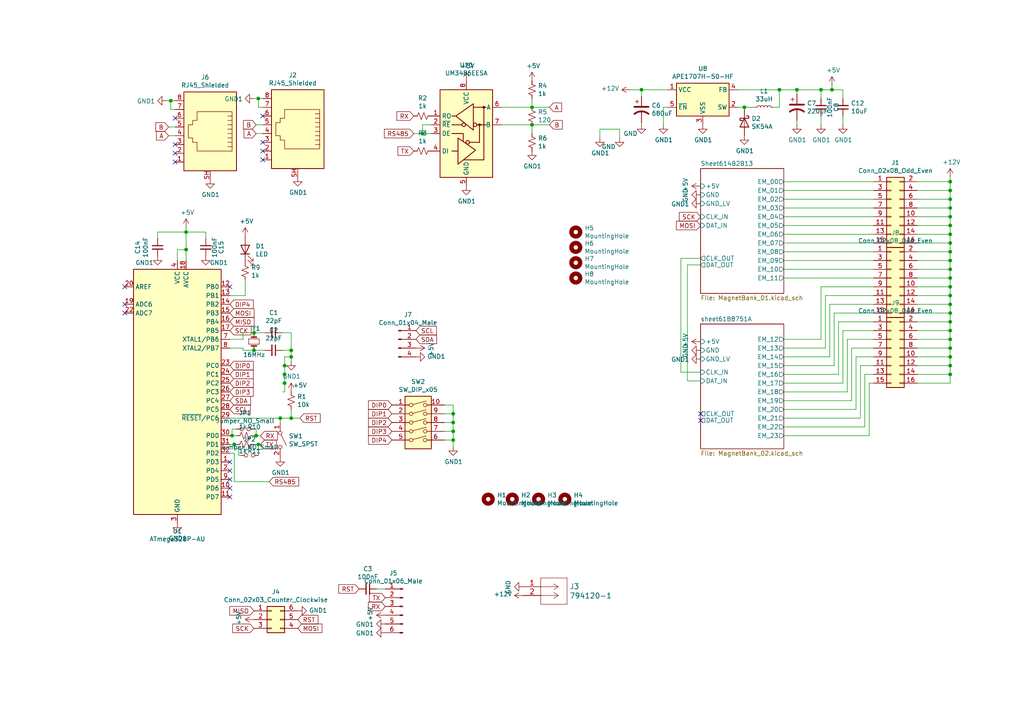
<source format=kicad_sch>
(kicad_sch (version 20230121) (generator eeschema)
  (paper "A4")
  (lib_symbols
    (symbol "Connector:RJ45_Shielded" (pin_names (offset 1.016))
      (property "Reference" "J" (at -5.08 13.97 0))
      (property "Value" "RJ45_Shielded" (at 2.54 13.97 0))
      (symbol "RJ45_Shielded_1_1"
        (pin passive line (at 10.16 -7.62 180) (length 2.54) (name "~") (number "1"))
        (pin passive line (at 10.16 -5.08 180) (length 2.54) (name "~") (number "2"))
        (pin passive line (at 10.16 -2.54 180) (length 2.54) (name "~") (number "3"))
        (pin passive line (at 10.16 0 180) (length 2.54) (name "~") (number "4"))
        (pin passive line (at 10.16 2.54 180) (length 2.54) (name "~") (number "5"))
        (pin passive line (at 10.16 5.08 180) (length 2.54) (name "~") (number "6"))
        (pin passive line (at 10.16 7.62 180) (length 2.54) (name "~") (number "7"))
        (pin passive line (at 10.16 10.16 180) (length 2.54) (name "~") (number "8"))
        (pin passive line (at 0 -12.7 90) (length 2.54) (name "~") (number "SH"))
      )
    )
    (symbol "Connector_Generic:Conn_02x03_Counter_Clockwise" (pin_names (offset 1.016) hide)
      (property "Reference" "J" (at 1.27 5.08 0))
      (property "Value" "Conn_02x03_Counter_Clockwise" (at 1.27 -5.08 0))
      (symbol "Conn_02x03_Counter_Clockwise_1_1"
        (pin passive line (at -5.08 2.54 0) (length 3.81) (name "Pin_1") (number "1"))
        (pin passive line (at -5.08 0 0) (length 3.81) (name "Pin_2") (number "2"))
        (pin passive line (at -5.08 -2.54 0) (length 3.81) (name "Pin_3") (number "3"))
        (pin passive line (at 7.62 -2.54 180) (length 3.81) (name "Pin_4") (number "4"))
        (pin passive line (at 7.62 0 180) (length 3.81) (name "Pin_5") (number "5"))
        (pin passive line (at 7.62 2.54 180) (length 3.81) (name "Pin_6") (number "6"))
      )
    )
    (symbol "Connector_Generic:Conn_02x08_Odd_Even" (pin_names (offset 1.016) hide)
      (property "Reference" "J" (at 1.27 10.16 0))
      (property "Value" "Conn_02x08_Odd_Even" (at 1.27 -12.7 0))
      (symbol "Conn_02x08_Odd_Even_1_1"
        (pin passive line (at -5.08 7.62 0) (length 3.81) (name "Pin_1") (number "1"))
        (pin passive line (at 7.62 -2.54 180) (length 3.81) (name "Pin_10") (number "10"))
        (pin passive line (at -5.08 -5.08 0) (length 3.81) (name "Pin_11") (number "11"))
        (pin passive line (at 7.62 -5.08 180) (length 3.81) (name "Pin_12") (number "12"))
        (pin passive line (at -5.08 -7.62 0) (length 3.81) (name "Pin_13") (number "13"))
        (pin passive line (at 7.62 -7.62 180) (length 3.81) (name "Pin_14") (number "14"))
        (pin passive line (at -5.08 -10.16 0) (length 3.81) (name "Pin_15") (number "15"))
        (pin passive line (at 7.62 -10.16 180) (length 3.81) (name "Pin_16") (number "16"))
        (pin passive line (at 7.62 7.62 180) (length 3.81) (name "Pin_2") (number "2"))
        (pin passive line (at -5.08 5.08 0) (length 3.81) (name "Pin_3") (number "3"))
        (pin passive line (at 7.62 5.08 180) (length 3.81) (name "Pin_4") (number "4"))
        (pin passive line (at -5.08 2.54 0) (length 3.81) (name "Pin_5") (number "5"))
        (pin passive line (at 7.62 2.54 180) (length 3.81) (name "Pin_6") (number "6"))
        (pin passive line (at -5.08 0 0) (length 3.81) (name "Pin_7") (number "7"))
        (pin passive line (at 7.62 0 180) (length 3.81) (name "Pin_8") (number "8"))
        (pin passive line (at -5.08 -2.54 0) (length 3.81) (name "Pin_9") (number "9"))
      )
    )
    (symbol "Device:C_Small" (pin_numbers hide) (pin_names (offset 0.254) hide)
      (property "Reference" "C" (at 0.254 1.778 0))
      (property "Value" "C_Small" (at 0.254 -2.032 0))
      (symbol "C_Small_1_1"
        (pin passive line (at 0 2.54 270) (length 2.032) (name "~") (number "1"))
        (pin passive line (at 0 -2.54 90) (length 2.032) (name "~") (number "2"))
      )
    )
    (symbol "Device:Crystal_Small" (pin_numbers hide) (pin_names (offset 1.016) hide)
      (property "Reference" "Y" (at 0 2.54 0))
      (property "Value" "Crystal_Small" (at 0 -2.54 0))
      (symbol "Crystal_Small_1_1"
        (pin passive line (at -2.54 0 0) (length 1.27) (name "1") (number "1"))
        (pin passive line (at 2.54 0 180) (length 1.27) (name "2") (number "2"))
      )
    )
    (symbol "Device:LED" (pin_numbers hide) (pin_names (offset 1.016) hide)
      (property "Reference" "D" (at 0 2.54 0))
      (property "Value" "LED" (at 0 -2.54 0))
      (symbol "LED_1_1"
        (pin passive line (at -3.81 0 0) (length 2.54) (name "K") (number "1"))
        (pin passive line (at 3.81 0 180) (length 2.54) (name "A") (number "2"))
      )
    )
    (symbol "Device:L_Small" (pin_numbers hide) (pin_names (offset 0.254) hide)
      (property "Reference" "L" (at 0.762 1.016 0))
      (property "Value" "L_Small" (at 0.762 -1.016 0))
      (symbol "L_Small_1_1"
        (pin passive line (at 0 2.54 270) (length 0.508) (name "~") (number "1"))
        (pin passive line (at 0 -2.54 90) (length 0.508) (name "~") (number "2"))
      )
    )
    (symbol "Device:R_Small_US" (pin_numbers hide) (pin_names (offset 0.254) hide)
      (property "Reference" "R" (at 0.762 0.508 0))
      (property "Value" "R_Small_US" (at 0.762 -1.016 0))
      (symbol "R_Small_US_1_1"
        (pin passive line (at 0 2.54 270) (length 1.016) (name "~") (number "1"))
        (pin passive line (at 0 -2.54 90) (length 1.016) (name "~") (number "2"))
      )
    )
    (symbol "Diode:1N5822" (pin_numbers hide) (pin_names (offset 1.016) hide)
      (property "Reference" "D" (at 0 2.54 0))
      (property "Value" "1N5822" (at 0 -2.54 0))
      (symbol "1N5822_1_1"
        (pin passive line (at -3.81 0 0) (length 2.54) (name "K") (number "1"))
        (pin passive line (at 3.81 0 180) (length 2.54) (name "A") (number "2"))
      )
    )
    (symbol "ElectromagnetController_V5-rescue:794120-1-EzerLonginus" (pin_names (offset 0.254) hide)
      (property "Reference" "J" (at 8.382 4.064 0))
      (property "Value" "EzerLonginus_794120-1" (at 9.398 -6.604 0))
      (symbol "794120-1-EzerLonginus_1_1"
        (pin unspecified line (at 0 0 0) (length 5.08) (name "1") (number "1"))
        (pin unspecified line (at 0 -2.54 0) (length 5.08) (name "2") (number "2"))
      )
    )
    (symbol "ElectromagnetController_V5-rescue:ATmega328P-AU-MCU_Microchip_ATmega"
      (property "Reference" "U" (at -12.7 36.83 0))
      (property "Value" "MCU_Microchip_ATmega_ATmega328P-AU" (at 2.54 -36.83 0))
      (symbol "ATmega328P-AU-MCU_Microchip_ATmega_1_1"
        (pin bidirectional line (at 15.24 -20.32 180) (length 2.54) (name "PD3") (number "1"))
        (pin bidirectional line (at 15.24 -27.94 180) (length 2.54) (name "PD6") (number "10"))
        (pin bidirectional line (at 15.24 -30.48 180) (length 2.54) (name "PD7") (number "11"))
        (pin bidirectional line (at 15.24 30.48 180) (length 2.54) (name "PB0") (number "12"))
        (pin bidirectional line (at 15.24 27.94 180) (length 2.54) (name "PB1") (number "13"))
        (pin bidirectional line (at 15.24 25.4 180) (length 2.54) (name "PB2") (number "14"))
        (pin bidirectional line (at 15.24 22.86 180) (length 2.54) (name "PB3") (number "15"))
        (pin bidirectional line (at 15.24 20.32 180) (length 2.54) (name "PB4") (number "16"))
        (pin bidirectional line (at 15.24 17.78 180) (length 2.54) (name "PB5") (number "17"))
        (pin power_in line (at 2.54 38.1 270) (length 2.54) (name "AVCC") (number "18"))
        (pin input line (at -15.24 25.4 0) (length 2.54) (name "ADC6") (number "19"))
        (pin bidirectional line (at 15.24 -22.86 180) (length 2.54) (name "PD4") (number "2"))
        (pin passive line (at -15.24 30.48 0) (length 2.54) (name "AREF") (number "20"))
        (pin passive line (at 0 -38.1 90) (length 2.54) hide (name "GND") (number "21"))
        (pin input line (at -15.24 22.86 0) (length 2.54) (name "ADC7") (number "22"))
        (pin bidirectional line (at 15.24 7.62 180) (length 2.54) (name "PC0") (number "23"))
        (pin bidirectional line (at 15.24 5.08 180) (length 2.54) (name "PC1") (number "24"))
        (pin bidirectional line (at 15.24 2.54 180) (length 2.54) (name "PC2") (number "25"))
        (pin bidirectional line (at 15.24 0 180) (length 2.54) (name "PC3") (number "26"))
        (pin bidirectional line (at 15.24 -2.54 180) (length 2.54) (name "PC4") (number "27"))
        (pin bidirectional line (at 15.24 -5.08 180) (length 2.54) (name "PC5") (number "28"))
        (pin bidirectional line (at 15.24 -7.62 180) (length 2.54) (name "~{RESET}/PC6") (number "29"))
        (pin power_in line (at 0 -38.1 90) (length 2.54) (name "GND") (number "3"))
        (pin bidirectional line (at 15.24 -12.7 180) (length 2.54) (name "PD0") (number "30"))
        (pin bidirectional line (at 15.24 -15.24 180) (length 2.54) (name "PD1") (number "31"))
        (pin bidirectional line (at 15.24 -17.78 180) (length 2.54) (name "PD2") (number "32"))
        (pin power_in line (at 0 38.1 270) (length 2.54) (name "VCC") (number "4"))
        (pin passive line (at 0 -38.1 90) (length 2.54) hide (name "GND") (number "5"))
        (pin passive line (at 0 38.1 270) (length 2.54) hide (name "VCC") (number "6"))
        (pin bidirectional line (at 15.24 15.24 180) (length 2.54) (name "XTAL1/PB6") (number "7"))
        (pin bidirectional line (at 15.24 12.7 180) (length 2.54) (name "XTAL2/PB7") (number "8"))
        (pin bidirectional line (at 15.24 -25.4 180) (length 2.54) (name "PD5") (number "9"))
      )
    )
    (symbol "ElectromagnetController_V5-rescue:CP1-Device" (pin_numbers hide) (pin_names (offset 0.254) hide)
      (property "Reference" "C" (at 0.635 2.54 0))
      (property "Value" "Device_CP1" (at 0.635 -2.54 0))
      (symbol "CP1-Device_1_1"
        (pin passive line (at 0 3.81 270) (length 2.794) (name "~") (number "1"))
        (pin passive line (at 0 -3.81 90) (length 3.302) (name "~") (number "2"))
      )
    )
    (symbol "ElectromagnetController_V5-rescue:Conn_01x04_Male-Connector" (pin_names (offset 1.016) hide)
      (property "Reference" "J" (at 0 5.08 0))
      (property "Value" "Connector_Conn_01x04_Male" (at 0 -7.62 0))
      (symbol "Conn_01x04_Male-Connector_1_1"
        (pin passive line (at 5.08 2.54 180) (length 3.81) (name "Pin_1") (number "1"))
        (pin passive line (at 5.08 0 180) (length 3.81) (name "Pin_2") (number "2"))
        (pin passive line (at 5.08 -2.54 180) (length 3.81) (name "Pin_3") (number "3"))
        (pin passive line (at 5.08 -5.08 180) (length 3.81) (name "Pin_4") (number "4"))
      )
    )
    (symbol "ElectromagnetController_V5-rescue:Conn_01x06_Male-Connector" (pin_names (offset 1.016) hide)
      (property "Reference" "J" (at 0 7.62 0))
      (property "Value" "Connector_Conn_01x06_Male" (at 0 -10.16 0))
      (symbol "Conn_01x06_Male-Connector_1_1"
        (pin passive line (at 5.08 5.08 180) (length 3.81) (name "Pin_1") (number "1"))
        (pin passive line (at 5.08 2.54 180) (length 3.81) (name "Pin_2") (number "2"))
        (pin passive line (at 5.08 0 180) (length 3.81) (name "Pin_3") (number "3"))
        (pin passive line (at 5.08 -2.54 180) (length 3.81) (name "Pin_4") (number "4"))
        (pin passive line (at 5.08 -5.08 180) (length 3.81) (name "Pin_5") (number "5"))
        (pin passive line (at 5.08 -7.62 180) (length 3.81) (name "Pin_6") (number "6"))
      )
    )
    (symbol "ElectromagnetController_V5-rescue:Jumper_NO_Small-Device" (pin_numbers hide) (pin_names (offset 0.762) hide)
      (property "Reference" "JP" (at 0 2.032 0))
      (property "Value" "Device_Jumper_NO_Small" (at 0.254 -1.524 0))
      (symbol "Jumper_NO_Small-Device_0_1"
        (pin passive line (at -2.54 0 0) (length 1.016) (name "1") (number "1"))
        (pin passive line (at 2.54 0 180) (length 1.016) (name "2") (number "2"))
      )
    )
    (symbol "Interface_UART:LT1785AxS8"
      (property "Reference" "U" (at -6.985 13.97 0))
      (property "Value" "LT1785AxS8" (at 7.62 13.97 0))
      (symbol "LT1785AxS8_1_1"
        (pin output line (at -10.16 5.08 0) (length 2.54) (name "RO") (number "1"))
        (pin input line (at -10.16 2.54 0) (length 2.54) (name "~{RE}") (number "2"))
        (pin input line (at -10.16 0 0) (length 2.54) (name "DE") (number "3"))
        (pin input line (at -10.16 -5.08 0) (length 2.54) (name "DI") (number "4"))
        (pin power_in line (at 0 -15.24 90) (length 2.54) (name "GND") (number "5"))
        (pin bidirectional line (at 10.16 7.62 180) (length 2.54) (name "A") (number "6"))
        (pin bidirectional line (at 10.16 2.54 180) (length 2.54) (name "B") (number "7"))
        (pin power_in line (at 0 15.24 270) (length 2.54) (name "VCC") (number "8"))
      )
    )
    (symbol "Mechanical:MountingHole" (pin_names (offset 1.016))
      (property "Reference" "H" (at 0 5.08 0))
      (property "Value" "MountingHole" (at 0 3.175 0))
    )
    (symbol "Regulator_Switching:APE1707H-50-HF"
      (property "Reference" "U" (at -7.62 5.715 0))
      (property "Value" "APE1707H-50-HF" (at 0 5.715 0))
      (symbol "APE1707H-50-HF_1_1"
        (pin power_in line (at -10.16 2.54 0) (length 2.54) (name "VCC") (number "1"))
        (pin output line (at 10.16 -2.54 180) (length 2.54) (name "SW") (number "2"))
        (pin power_in line (at 0 -7.62 90) (length 2.54) (name "VSS") (number "3"))
        (pin input line (at 10.16 2.54 180) (length 2.54) (name "FB") (number "4"))
        (pin input line (at -10.16 -2.54 0) (length 2.54) (name "~{EN}") (number "5"))
      )
    )
    (symbol "Switch:SW_DIP_x05" (pin_names (offset 0) hide)
      (property "Reference" "SW" (at 0 8.89 0))
      (property "Value" "SW_DIP_x05" (at 0 -8.89 0))
      (symbol "SW_DIP_x05_1_1"
        (pin passive line (at -7.62 5.08 0) (length 5.08) (name "~") (number "1"))
        (pin passive line (at 7.62 5.08 180) (length 5.08) (name "~") (number "10"))
        (pin passive line (at -7.62 2.54 0) (length 5.08) (name "~") (number "2"))
        (pin passive line (at -7.62 0 0) (length 5.08) (name "~") (number "3"))
        (pin passive line (at -7.62 -2.54 0) (length 5.08) (name "~") (number "4"))
        (pin passive line (at -7.62 -5.08 0) (length 5.08) (name "~") (number "5"))
        (pin passive line (at 7.62 -5.08 180) (length 5.08) (name "~") (number "6"))
        (pin passive line (at 7.62 -2.54 180) (length 5.08) (name "~") (number "7"))
        (pin passive line (at 7.62 0 180) (length 5.08) (name "~") (number "8"))
        (pin passive line (at 7.62 2.54 180) (length 5.08) (name "~") (number "9"))
      )
    )
    (symbol "Switch:SW_SPST" (pin_names (offset 0) hide)
      (property "Reference" "SW" (at 0 3.175 0))
      (property "Value" "SW_SPST" (at 0 -2.54 0))
      (symbol "SW_SPST_1_1"
        (pin passive line (at -5.08 0 0) (length 2.54) (name "A") (number "1"))
        (pin passive line (at 5.08 0 180) (length 2.54) (name "B") (number "2"))
      )
    )
    (symbol "power:+12V" (power) (pin_names (offset 0))
      (property "Value" "+12V" (at 0 3.556 0))
      (symbol "+12V_1_1"
        (pin power_in line (at 0 0 90) (length 0) hide (name "+12V") (number "1"))
      )
    )
    (symbol "power:+5V" (power) (pin_names (offset 0))
      (property "Value" "+5V" (at 0 3.556 0))
      (symbol "+5V_1_1"
        (pin power_in line (at 0 0 90) (length 0) hide (name "+5V") (number "1"))
      )
    )
    (symbol "power:GND" (power) (pin_names (offset 0))
      (property "Value" "GND" (at 0 -3.81 0))
      (symbol "GND_1_1"
        (pin power_in line (at 0 0 270) (length 0) hide (name "GND") (number "1"))
      )
    )
    (symbol "power:GND1" (power) (pin_names (offset 0))
      (property "Value" "GND1" (at 0 -3.81 0))
      (symbol "GND1_1_1"
        (pin power_in line (at 0 0 270) (length 0) hide (name "GND1") (number "1"))
      )
    )
  )
  (junction (at 226.06 26.035))
  (junction (at 154.305 31.115))
  (junction (at 275.59 60.325))
  (junction (at 67.945 128.905))
  (junction (at 275.59 55.245))
  (junction (at 275.59 62.865))
  (junction (at 275.59 67.945))
  (junction (at 84.455 103.505))
  (junction (at 67.31 126.365))
  (junction (at 74.93 128.905))
  (junction (at 275.59 88.265))
  (junction (at 275.59 65.405))
  (junction (at 275.59 83.185))
  (junction (at 82.55 106.045))
  (junction (at 84.455 121.285))
  (junction (at 131.445 122.555))
  (junction (at 275.59 70.485))
  (junction (at 275.59 106.045))
  (junction (at 238.125 26.035))
  (junction (at 131.445 125.095))
  (junction (at 49.53 29.21))
  (junction (at 275.59 108.585))
  (junction (at 275.59 80.645))
  (junction (at 231.14 26.035))
  (junction (at 275.59 75.565))
  (junction (at 275.59 103.505))
  (junction (at 53.975 72.39))
  (junction (at 275.59 52.705))
  (junction (at 154.305 36.195))
  (junction (at 275.59 98.425))
  (junction (at 275.59 78.105))
  (junction (at 131.445 127.635))
  (junction (at 131.445 120.015))
  (junction (at 84.455 101.6))
  (junction (at 186.055 26.035))
  (junction (at 275.59 93.345))
  (junction (at 82.55 111.125))
  (junction (at 275.59 100.965))
  (junction (at 275.59 95.885))
  (junction (at 81.28 121.285))
  (junction (at 275.59 90.805))
  (junction (at 82.55 108.585))
  (junction (at 73.66 96.52))
  (junction (at 241.3 26.035))
  (junction (at 53.975 67.31))
  (junction (at 74.295 126.365))
  (junction (at 215.9 31.115))
  (junction (at 74.93 28.575))
  (junction (at 122.555 38.735))
  (junction (at 73.66 101.6))
  (junction (at 275.59 73.025))
  (junction (at 275.59 57.785))
  (junction (at 275.59 85.725))
  (no_connect (at 203.2 120.015))
  (no_connect (at 66.675 139.065))
  (no_connect (at 76.2 33.655))
  (no_connect (at 66.675 144.145))
  (no_connect (at 66.675 133.985))
  (no_connect (at 36.195 88.265))
  (no_connect (at 36.195 90.805))
  (no_connect (at 50.8 44.45))
  (no_connect (at 36.195 83.185))
  (no_connect (at 50.8 46.99))
  (no_connect (at 66.675 136.525))
  (no_connect (at 50.8 34.29))
  (no_connect (at 203.2 121.92))
  (no_connect (at 76.2 46.355))
  (no_connect (at 66.675 83.185))
  (no_connect (at 76.2 41.275))
  (no_connect (at 76.2 43.815))
  (no_connect (at 50.8 41.91))
  (no_connect (at 66.675 141.605))
  (wire (pts (xy 122.555 38.735) (xy 120.015 38.735)))
  (wire (pts (xy 245.745 113.665) (xy 227.33 113.665)))
  (wire (pts (xy 193.675 31.115) (xy 192.405 31.115)))
  (wire (pts (xy 240.665 103.505) (xy 227.33 103.505)))
  (wire (pts (xy 73.66 126.365) (xy 74.295 126.365)))
  (wire (pts (xy 253.365 73.025) (xy 227.33 73.025)))
  (wire (pts (xy 74.93 31.115) (xy 76.2 31.115)))
  (wire (pts (xy 253.365 98.425) (xy 245.745 98.425)))
  (wire (pts (xy 227.33 65.405) (xy 253.365 65.405)))
  (wire (pts (xy 275.59 78.105) (xy 275.59 80.645)))
  (wire (pts (xy 66.675 85.725) (xy 71.12 85.725)))
  (wire (pts (xy 128.905 120.015) (xy 131.445 120.015)))
  (wire (pts (xy 68.58 124.46) (xy 67.31 124.46)))
  (wire (pts (xy 241.3 26.035) (xy 238.125 26.035)))
  (wire (pts (xy 186.055 27.94) (xy 186.055 26.035)))
  (wire (pts (xy 145.415 31.115) (xy 154.305 31.115)))
  (wire (pts (xy 275.59 85.725) (xy 275.59 88.265)))
  (wire (pts (xy 67.31 124.46) (xy 67.31 126.365)))
  (wire (pts (xy 122.555 36.195) (xy 122.555 38.735)))
  (wire (pts (xy 53.975 75.565) (xy 53.975 72.39)))
  (wire (pts (xy 173.99 40.005) (xy 173.99 37.465)))
  (wire (pts (xy 182.88 26.035) (xy 186.055 26.035)))
  (wire (pts (xy 53.975 67.31) (xy 59.69 67.31)))
  (wire (pts (xy 73.66 124.46) (xy 74.295 124.46)))
  (wire (pts (xy 197.485 107.95) (xy 203.2 107.95)))
  (wire (pts (xy 131.445 120.015) (xy 131.445 122.555)))
  (wire (pts (xy 245.745 98.425) (xy 245.745 113.665)))
  (wire (pts (xy 275.59 90.805) (xy 275.59 93.345)))
  (wire (pts (xy 253.365 111.125) (xy 252.095 111.125)))
  (wire (pts (xy 82.55 111.125) (xy 82.55 113.665)))
  (wire (pts (xy 81.28 121.285) (xy 84.455 121.285)))
  (wire (pts (xy 81.915 96.52) (xy 84.455 96.52)))
  (wire (pts (xy 67.945 128.905) (xy 67.945 130.175)))
  (wire (pts (xy 243.205 93.345) (xy 243.205 108.585)))
  (wire (pts (xy 227.33 57.785) (xy 253.365 57.785)))
  (wire (pts (xy 253.365 62.865) (xy 227.33 62.865)))
  (wire (pts (xy 154.305 28.575) (xy 154.305 31.115)))
  (wire (pts (xy 275.59 73.025) (xy 275.59 75.565)))
  (wire (pts (xy 275.59 93.345) (xy 275.59 95.885)))
  (wire (pts (xy 66.675 121.285) (xy 81.28 121.285)))
  (wire (pts (xy 53.975 66.04) (xy 53.975 67.31)))
  (wire (pts (xy 241.935 90.805) (xy 241.935 106.045)))
  (wire (pts (xy 73.66 96.52) (xy 76.835 96.52)))
  (wire (pts (xy 70.485 100.965) (xy 70.485 101.6)))
  (wire (pts (xy 266.065 62.865) (xy 275.59 62.865)))
  (wire (pts (xy 253.365 78.105) (xy 227.33 78.105)))
  (wire (pts (xy 199.39 110.49) (xy 203.2 110.49)))
  (wire (pts (xy 266.065 73.025) (xy 275.59 73.025)))
  (wire (pts (xy 239.395 85.725) (xy 239.395 100.965)))
  (wire (pts (xy 248.285 118.745) (xy 227.33 118.745)))
  (wire (pts (xy 73.66 101.6) (xy 76.835 101.6)))
  (wire (pts (xy 159.385 31.115) (xy 154.305 31.115)))
  (wire (pts (xy 128.905 125.095) (xy 131.445 125.095)))
  (wire (pts (xy 81.915 101.6) (xy 84.455 101.6)))
  (wire (pts (xy 275.59 57.785) (xy 275.59 60.325)))
  (wire (pts (xy 81.915 108.585) (xy 82.55 108.585)))
  (wire (pts (xy 73.66 28.575) (xy 74.93 28.575)))
  (wire (pts (xy 253.365 85.725) (xy 239.395 85.725)))
  (wire (pts (xy 45.72 67.31) (xy 53.975 67.31)))
  (wire (pts (xy 266.065 65.405) (xy 275.59 65.405)))
  (wire (pts (xy 238.125 33.655) (xy 238.125 36.195)))
  (wire (pts (xy 238.125 83.185) (xy 238.125 98.425)))
  (wire (pts (xy 226.06 31.115) (xy 224.155 31.115)))
  (wire (pts (xy 266.065 85.725) (xy 275.59 85.725)))
  (wire (pts (xy 275.59 60.325) (xy 275.59 62.865)))
  (wire (pts (xy 70.485 96.52) (xy 70.485 98.425)))
  (wire (pts (xy 186.055 35.56) (xy 186.055 36.195)))
  (wire (pts (xy 244.475 95.885) (xy 244.475 111.125)))
  (wire (pts (xy 253.365 70.485) (xy 227.33 70.485)))
  (wire (pts (xy 186.055 26.035) (xy 193.675 26.035)))
  (wire (pts (xy 82.55 106.045) (xy 82.55 108.585)))
  (wire (pts (xy 266.065 78.105) (xy 275.59 78.105)))
  (wire (pts (xy 74.93 128.905) (xy 75.565 128.905)))
  (wire (pts (xy 197.485 74.93) (xy 203.2 74.93)))
  (wire (pts (xy 203.2 76.835) (xy 199.39 76.835)))
  (wire (pts (xy 231.14 27.305) (xy 231.14 26.035)))
  (wire (pts (xy 266.065 83.185) (xy 275.59 83.185)))
  (wire (pts (xy 49.53 31.75) (xy 49.53 29.21)))
  (wire (pts (xy 67.945 128.905) (xy 68.58 128.905)))
  (wire (pts (xy 266.065 90.805) (xy 275.59 90.805)))
  (wire (pts (xy 131.445 117.475) (xy 131.445 120.015)))
  (wire (pts (xy 238.125 28.575) (xy 238.125 26.035)))
  (wire (pts (xy 275.59 80.645) (xy 275.59 83.185)))
  (wire (pts (xy 247.015 100.965) (xy 247.015 116.205)))
  (wire (pts (xy 71.12 85.725) (xy 71.12 81.28)))
  (wire (pts (xy 241.935 106.045) (xy 227.33 106.045)))
  (wire (pts (xy 74.93 28.575) (xy 76.2 28.575)))
  (wire (pts (xy 128.905 127.635) (xy 131.445 127.635)))
  (wire (pts (xy 266.065 103.505) (xy 275.59 103.505)))
  (wire (pts (xy 213.995 26.035) (xy 226.06 26.035)))
  (wire (pts (xy 73.66 96.52) (xy 70.485 96.52)))
  (wire (pts (xy 253.365 103.505) (xy 248.285 103.505)))
  (wire (pts (xy 74.93 31.115) (xy 74.93 28.575)))
  (wire (pts (xy 131.445 127.635) (xy 131.445 129.54)))
  (wire (pts (xy 253.365 67.945) (xy 227.33 67.945)))
  (wire (pts (xy 248.285 103.505) (xy 248.285 118.745)))
  (wire (pts (xy 266.065 88.265) (xy 275.59 88.265)))
  (wire (pts (xy 252.095 111.125) (xy 252.095 126.365)))
  (wire (pts (xy 111.76 170.815) (xy 109.22 170.815)))
  (wire (pts (xy 266.065 57.785) (xy 275.59 57.785)))
  (wire (pts (xy 76.2 36.195) (xy 74.295 36.195)))
  (wire (pts (xy 275.59 95.885) (xy 275.59 98.425)))
  (wire (pts (xy 213.995 31.115) (xy 215.9 31.115)))
  (wire (pts (xy 179.705 37.465) (xy 179.705 40.005)))
  (wire (pts (xy 131.445 125.095) (xy 131.445 127.635)))
  (wire (pts (xy 275.59 75.565) (xy 275.59 78.105)))
  (wire (pts (xy 45.72 69.215) (xy 45.72 67.31)))
  (wire (pts (xy 128.905 122.555) (xy 131.445 122.555)))
  (wire (pts (xy 69.215 132.08) (xy 69.85 132.08)))
  (wire (pts (xy 49.53 31.75) (xy 50.8 31.75)))
  (wire (pts (xy 266.065 93.345) (xy 275.59 93.345)))
  (wire (pts (xy 266.065 98.425) (xy 275.59 98.425)))
  (wire (pts (xy 266.065 52.705) (xy 275.59 52.705)))
  (wire (pts (xy 51.435 75.565) (xy 51.435 72.39)))
  (wire (pts (xy 70.485 98.425) (xy 66.675 98.425)))
  (wire (pts (xy 74.295 124.46) (xy 74.295 126.365)))
  (wire (pts (xy 275.59 65.405) (xy 275.59 67.945)))
  (wire (pts (xy 81.915 106.045) (xy 82.55 106.045)))
  (wire (pts (xy 50.8 39.37) (xy 48.895 39.37)))
  (wire (pts (xy 199.39 76.835) (xy 199.39 110.49)))
  (wire (pts (xy 275.59 103.505) (xy 275.59 100.965)))
  (wire (pts (xy 275.59 83.185) (xy 275.59 85.725)))
  (wire (pts (xy 131.445 122.555) (xy 131.445 125.095)))
  (wire (pts (xy 74.295 126.365) (xy 75.565 126.365)))
  (wire (pts (xy 53.975 72.39) (xy 53.975 67.31)))
  (wire (pts (xy 275.59 70.485) (xy 275.59 73.025)))
  (wire (pts (xy 266.065 108.585) (xy 275.59 108.585)))
  (wire (pts (xy 215.9 31.115) (xy 215.9 31.75)))
  (wire (pts (xy 69.215 130.175) (xy 69.215 132.08)))
  (wire (pts (xy 84.455 101.6) (xy 84.455 103.505)))
  (wire (pts (xy 275.59 111.125) (xy 275.59 108.585)))
  (wire (pts (xy 239.395 100.965) (xy 227.33 100.965)))
  (wire (pts (xy 275.59 51.435) (xy 275.59 52.705)))
  (wire (pts (xy 244.475 28.575) (xy 244.475 26.035)))
  (wire (pts (xy 67.31 126.365) (xy 66.675 126.365)))
  (wire (pts (xy 266.065 55.245) (xy 275.59 55.245)))
  (wire (pts (xy 231.14 26.035) (xy 238.125 26.035)))
  (wire (pts (xy 82.55 103.505) (xy 82.55 106.045)))
  (wire (pts (xy 154.305 36.195) (xy 159.385 36.195)))
  (wire (pts (xy 275.59 52.705) (xy 275.59 55.245)))
  (wire (pts (xy 73.66 128.905) (xy 74.93 128.905)))
  (wire (pts (xy 70.485 101.6) (xy 73.66 101.6)))
  (wire (pts (xy 253.365 100.965) (xy 247.015 100.965)))
  (wire (pts (xy 253.365 88.265) (xy 240.665 88.265)))
  (wire (pts (xy 219.075 31.115) (xy 215.9 31.115)))
  (wire (pts (xy 275.59 106.045) (xy 275.59 103.505)))
  (wire (pts (xy 48.26 29.21) (xy 49.53 29.21)))
  (wire (pts (xy 243.205 108.585) (xy 227.33 108.585)))
  (wire (pts (xy 275.59 67.945) (xy 275.59 70.485)))
  (wire (pts (xy 51.435 72.39) (xy 53.975 72.39)))
  (wire (pts (xy 226.06 26.035) (xy 231.14 26.035)))
  (wire (pts (xy 154.305 38.735) (xy 154.305 36.195)))
  (wire (pts (xy 74.93 128.905) (xy 74.93 132.08)))
  (wire (pts (xy 275.59 88.265) (xy 275.59 90.805)))
  (wire (pts (xy 122.555 38.735) (xy 125.095 38.735)))
  (wire (pts (xy 275.59 55.245) (xy 275.59 57.785)))
  (wire (pts (xy 266.065 106.045) (xy 275.59 106.045)))
  (wire (pts (xy 128.905 117.475) (xy 131.445 117.475)))
  (wire (pts (xy 253.365 80.645) (xy 227.33 80.645)))
  (wire (pts (xy 227.33 60.325) (xy 253.365 60.325)))
  (wire (pts (xy 66.675 128.905) (xy 67.945 128.905)))
  (wire (pts (xy 231.14 36.195) (xy 231.14 34.925)))
  (wire (pts (xy 266.065 95.885) (xy 275.59 95.885)))
  (wire (pts (xy 81.28 122.555) (xy 81.28 121.285)))
  (wire (pts (xy 266.065 80.645) (xy 275.59 80.645)))
  (wire (pts (xy 253.365 108.585) (xy 250.825 108.585)))
  (wire (pts (xy 244.475 111.125) (xy 227.33 111.125)))
  (wire (pts (xy 240.665 88.265) (xy 240.665 103.505)))
  (wire (pts (xy 67.945 130.175) (xy 69.215 130.175)))
  (wire (pts (xy 249.555 106.045) (xy 249.555 121.285)))
  (wire (pts (xy 266.065 67.945) (xy 275.59 67.945)))
  (wire (pts (xy 266.065 100.965) (xy 275.59 100.965)))
  (wire (pts (xy 67.945 139.7) (xy 78.105 139.7)))
  (wire (pts (xy 66.675 100.965) (xy 70.485 100.965)))
  (wire (pts (xy 241.3 24.765) (xy 241.3 26.035)))
  (wire (pts (xy 266.065 75.565) (xy 275.59 75.565)))
  (wire (pts (xy 82.55 108.585) (xy 82.55 111.125)))
  (wire (pts (xy 227.33 55.245) (xy 253.365 55.245)))
  (wire (pts (xy 275.59 108.585) (xy 275.59 106.045)))
  (wire (pts (xy 227.33 52.705) (xy 253.365 52.705)))
  (wire (pts (xy 81.915 111.125) (xy 82.55 111.125)))
  (wire (pts (xy 192.405 31.115) (xy 192.405 36.195)))
  (wire (pts (xy 244.475 26.035) (xy 241.3 26.035)))
  (wire (pts (xy 252.095 126.365) (xy 227.33 126.365)))
  (wire (pts (xy 84.455 121.285) (xy 86.995 121.285)))
  (wire (pts (xy 68.58 126.365) (xy 67.31 126.365)))
  (wire (pts (xy 84.455 118.745) (xy 84.455 121.285)))
  (wire (pts (xy 66.675 131.445) (xy 67.945 131.445)))
  (wire (pts (xy 266.065 111.125) (xy 275.59 111.125)))
  (wire (pts (xy 50.8 36.83) (xy 48.895 36.83)))
  (wire (pts (xy 249.555 121.285) (xy 227.33 121.285)))
  (wire (pts (xy 250.825 108.585) (xy 250.825 123.825)))
  (wire (pts (xy 82.55 113.665) (xy 81.915 113.665)))
  (wire (pts (xy 145.415 36.195) (xy 154.305 36.195)))
  (wire (pts (xy 76.2 38.735) (xy 74.295 38.735)))
  (wire (pts (xy 253.365 93.345) (xy 243.205 93.345)))
  (wire (pts (xy 266.065 60.325) (xy 275.59 60.325)))
  (wire (pts (xy 238.125 98.425) (xy 227.33 98.425)))
  (wire (pts (xy 253.365 83.185) (xy 238.125 83.185)))
  (wire (pts (xy 247.015 116.205) (xy 227.33 116.205)))
  (wire (pts (xy 244.475 33.655) (xy 244.475 36.195)))
  (wire (pts (xy 253.365 106.045) (xy 249.555 106.045)))
  (wire (pts (xy 84.455 103.505) (xy 84.455 104.775)))
  (wire (pts (xy 49.53 29.21) (xy 50.8 29.21)))
  (wire (pts (xy 197.485 107.95) (xy 197.485 74.93)))
  (wire (pts (xy 173.99 37.465) (xy 179.705 37.465)))
  (wire (pts (xy 253.365 75.565) (xy 227.33 75.565)))
  (wire (pts (xy 275.59 98.425) (xy 275.59 100.965)))
  (wire (pts (xy 253.365 90.805) (xy 241.935 90.805)))
  (wire (pts (xy 253.365 95.885) (xy 244.475 95.885)))
  (wire (pts (xy 250.825 123.825) (xy 227.33 123.825)))
  (wire (pts (xy 266.065 70.485) (xy 275.59 70.485)))
  (wire (pts (xy 275.59 62.865) (xy 275.59 65.405)))
  (wire (pts (xy 125.095 36.195) (xy 122.555 36.195)))
  (wire (pts (xy 84.455 96.52) (xy 84.455 101.6)))
  (wire (pts (xy 67.945 131.445) (xy 67.945 139.7)))
  (wire (pts (xy 59.69 67.31) (xy 59.69 69.215)))
  (wire (pts (xy 226.06 26.035) (xy 226.06 31.115)))
  (wire (pts (xy 84.455 103.505) (xy 82.55 103.505)))
  (global_label "MOSI" (shape input) (at 66.675 90.805 0) (property "Intersheetrefs" "${INTERSHEET_REFS}" (effects hide)))
  (global_label "RST" (shape input) (at 104.14 170.815 180) (property "Intersheetrefs" "${INTERSHEET_REFS}" (effects hide)))
  (global_label "SDA" (shape input) (at 120.65 98.425 0) (property "Intersheetrefs" "${INTERSHEET_REFS}" (effects hide)))
  (global_label "B" (shape input) (at 159.385 36.195 0) (property "Intersheetrefs" "${INTERSHEET_REFS}" (effects hide)))
  (global_label "SCK" (shape input) (at 203.2 62.865 180) (property "Intersheetrefs" "${INTERSHEET_REFS}" (effects hide)))
  (global_label "MOSI" (shape input) (at 86.36 182.245 0) (property "Intersheetrefs" "${INTERSHEET_REFS}" (effects hide)))
  (global_label "DIP2" (shape input) (at 66.675 111.125 0) (property "Intersheetrefs" "${INTERSHEET_REFS}" (effects hide)))
  (global_label "DIP3" (shape input) (at 113.665 125.095 180) (property "Intersheetrefs" "${INTERSHEET_REFS}" (effects hide)))
  (global_label "DIP4" (shape input) (at 66.675 88.265 0) (property "Intersheetrefs" "${INTERSHEET_REFS}" (effects hide)))
  (global_label "B" (shape input) (at 74.295 36.195 180) (property "Intersheetrefs" "${INTERSHEET_REFS}" (effects hide)))
  (global_label "A" (shape input) (at 48.895 39.37 180) (property "Intersheetrefs" "${INTERSHEET_REFS}" (effects hide)))
  (global_label "SDA" (shape input) (at 66.675 116.205 0) (property "Intersheetrefs" "${INTERSHEET_REFS}" (effects hide)))
  (global_label "DIP1" (shape input) (at 66.675 108.585 0) (property "Intersheetrefs" "${INTERSHEET_REFS}" (effects hide)))
  (global_label "DIP0" (shape input) (at 66.675 106.045 0) (property "Intersheetrefs" "${INTERSHEET_REFS}" (effects hide)))
  (global_label "RS485" (shape input) (at 78.105 139.7 0) (property "Intersheetrefs" "${INTERSHEET_REFS}" (effects hide)))
  (global_label "RST" (shape input) (at 86.995 121.285 0) (property "Intersheetrefs" "${INTERSHEET_REFS}" (effects hide)))
  (global_label "DIP4" (shape input) (at 113.665 127.635 180) (property "Intersheetrefs" "${INTERSHEET_REFS}" (effects hide)))
  (global_label "DIP3" (shape input) (at 66.675 113.665 0) (property "Intersheetrefs" "${INTERSHEET_REFS}" (effects hide)))
  (global_label "RST" (shape input) (at 86.36 179.705 0) (property "Intersheetrefs" "${INTERSHEET_REFS}" (effects hide)))
  (global_label "RS485" (shape input) (at 120.015 38.735 180) (property "Intersheetrefs" "${INTERSHEET_REFS}" (effects hide)))
  (global_label "MOSI" (shape input) (at 203.2 65.405 180) (property "Intersheetrefs" "${INTERSHEET_REFS}" (effects hide)))
  (global_label "MISO" (shape input) (at 73.66 177.165 180) (property "Intersheetrefs" "${INTERSHEET_REFS}" (effects hide)))
  (global_label "A" (shape input) (at 74.295 38.735 180) (property "Intersheetrefs" "${INTERSHEET_REFS}" (effects hide)))
  (global_label "SCL" (shape input) (at 120.65 95.885 0) (property "Intersheetrefs" "${INTERSHEET_REFS}" (effects hide)))
  (global_label "RX" (shape input) (at 120.015 33.655 180) (property "Intersheetrefs" "${INTERSHEET_REFS}" (effects hide)))
  (global_label "TX" (shape input) (at 111.76 173.355 180) (property "Intersheetrefs" "${INTERSHEET_REFS}" (effects hide)))
  (global_label "DIP0" (shape input) (at 113.665 117.475 180) (property "Intersheetrefs" "${INTERSHEET_REFS}" (effects hide)))
  (global_label "RX" (shape input) (at 75.565 126.365 0) (property "Intersheetrefs" "${INTERSHEET_REFS}" (effects hide)))
  (global_label "TX" (shape input) (at 75.565 128.905 0) (property "Intersheetrefs" "${INTERSHEET_REFS}" (effects hide)))
  (global_label "SCL" (shape input) (at 66.675 118.745 0) (property "Intersheetrefs" "${INTERSHEET_REFS}" (effects hide)))
  (global_label "DIP1" (shape input) (at 113.665 120.015 180) (property "Intersheetrefs" "${INTERSHEET_REFS}" (effects hide)))
  (global_label "B" (shape input) (at 48.895 36.83 180) (property "Intersheetrefs" "${INTERSHEET_REFS}" (effects hide)))
  (global_label "DIP2" (shape input) (at 113.665 122.555 180) (property "Intersheetrefs" "${INTERSHEET_REFS}" (effects hide)))
  (global_label "TX" (shape input) (at 120.015 43.815 180) (property "Intersheetrefs" "${INTERSHEET_REFS}" (effects hide)))
  (global_label "SCK" (shape input) (at 66.675 95.885 0) (property "Intersheetrefs" "${INTERSHEET_REFS}" (effects hide)))
  (global_label "MISO" (shape input) (at 66.675 93.345 0) (property "Intersheetrefs" "${INTERSHEET_REFS}" (effects hide)))
  (global_label "RX" (shape input) (at 111.76 175.895 180) (property "Intersheetrefs" "${INTERSHEET_REFS}" (effects hide)))
  (global_label "SCK" (shape input) (at 73.66 182.245 180) (property "Intersheetrefs" "${INTERSHEET_REFS}" (effects hide)))
  (global_label "A" (shape input) (at 159.385 31.115 0) (property "Intersheetrefs" "${INTERSHEET_REFS}" (effects hide)))
  (symbol (lib_id "power:+5V") (at 53.975 66.04 0) (unit 1)
    (property "Reference" "#PWR03" (effects hide))
    (property "Value" "+5V" (at 54.356 61.6458 0))
  )
  (symbol (lib_id "ElectromagnetController_V5-rescue:ATmega328P-AU-MCU_Microchip_ATmega") (at 51.435 113.665 0) (unit 1)
    (property "Reference" "U1" (at 51.435 154.0256 0))
    (property "Value" "ATmega328P-AU" (at 51.435 156.337 0))
    (property "Footprint" "Housings_QFP:TQFP-32_7x7mm_Pitch0.8mm" (effects hide))
    (property "Datasheet" "http://ww1.microchip.com/downloads/en/DeviceDoc/ATmega328_P%20AVR%20MCU%20with%20picoPower%20Technology%20Data%20Sheet%2040001984A.pdf" (effects hide))
    (property "LCSC" "C8728" (effects hide))
  )
  (symbol (lib_id "Connector:RJ45_Shielded") (at 86.36 38.735 0) (mirror y) (unit 1)
    (property "Reference" "J2" (at 84.9122 21.7932 0))
    (property "Value" "RJ45_Shielded" (at 84.9122 24.1046 0))
    (property "Footprint" "Connectors:RJ45_8" (effects hide))
  )
  (symbol (lib_id "Mechanical:MountingHole") (at 141.605 144.78 0) (unit 1)
    (property "Reference" "H1" (at 144.145 143.6116 0) (effects (justify left)))
    (property "Value" "MountingHole" (at 144.145 145.923 0) (effects (justify left)))
    (property "Footprint" "Mounting_Holes:MountingHole_3.2mm_M3_Pad_Via" (effects hide))
  )
  (symbol (lib_id "Mechanical:MountingHole") (at 148.59 144.78 0) (unit 1)
    (property "Reference" "H2" (at 151.13 143.6116 0) (effects (justify left)))
    (property "Value" "MountingHole" (at 151.13 145.923 0) (effects (justify left)))
    (property "Footprint" "Mounting_Holes:MountingHole_3.2mm_M3_Pad_Via" (effects hide))
  )
  (symbol (lib_id "Mechanical:MountingHole") (at 156.21 144.78 0) (unit 1)
    (property "Reference" "H3" (at 158.75 143.6116 0) (effects (justify left)))
    (property "Value" "MountingHole" (at 158.75 145.923 0) (effects (justify left)))
    (property "Footprint" "Mounting_Holes:MountingHole_3.2mm_M3_Pad_Via" (effects hide))
  )
  (symbol (lib_id "Mechanical:MountingHole") (at 163.83 144.78 0) (unit 1)
    (property "Reference" "H4" (at 166.37 143.6116 0) (effects (justify left)))
    (property "Value" "MountingHole" (at 166.37 145.923 0) (effects (justify left)))
    (property "Footprint" "Mounting_Holes:MountingHole_3.2mm_M3_Pad_Via" (effects hide))
  )
  (symbol (lib_id "ElectromagnetController_V5-rescue:Conn_01x06_Male-Connector") (at 116.84 175.895 0) (mirror y) (unit 1)
    (property "Reference" "J5" (at 114.0968 166.2176 0))
    (property "Value" "Conn_01x06_Male" (at 114.0968 168.529 0))
    (property "Footprint" "EzerLonginus:6Pin_SMD_Angled_Header_2.54mm" (effects hide))
  )
  (symbol (lib_id "Connector_Generic:Conn_02x03_Counter_Clockwise") (at 78.74 179.705 0) (unit 1)
    (property "Reference" "J4" (at 80.01 171.6532 0))
    (property "Value" "Conn_02x03_Counter_Clockwise" (at 80.01 173.9646 0))
    (property "Footprint" "Pin_Headers:Pin_Header_Straight_2x03_Pitch2.54mm_SMD" (effects hide))
    (property "LCSC" "C721864" (effects hide))
  )
  (symbol (lib_id "Interface_UART:LT1785AxS8") (at 135.255 38.735 0) (unit 1)
    (property "Reference" "U10" (at 135.255 18.8976 0))
    (property "Value" "UM3486EESA" (at 135.255 21.209 0))
    (property "Footprint" "Housings_SOIC:SOIC-8_3.9x4.9mm_Pitch1.27mm" (effects hide))
    (property "Datasheet" "http://www.union-ic.com/Upload/Datasheet/Datasheet_UM3483E,UM3486E_Rev06.pdf" (effects hide))
    (property "LCSC" "C7063" (effects hide))
  )
  (symbol (lib_id "Device:Crystal_Small") (at 73.66 99.06 270) (unit 1)
    (property "Reference" "Y1" (at 73.025 95.25 90) (effects (justify left)))
    (property "Value" "16MHz" (at 70.485 102.87 90) (effects (justify left)))
    (property "Footprint" "Crystals:Crystal_SMD_0603-2pin_6.0x3.5mm_HandSoldering" (effects hide))
    (property "LCSC" "C112572" (effects hide))
  )
  (symbol (lib_id "Device:C_Small") (at 79.375 96.52 270) (unit 1)
    (property "Reference" "C1" (at 79.375 90.7034 90))
    (property "Value" "22pF" (at 79.375 93.0148 90))
    (property "Footprint" "Capacitors_SMD:C_0603_HandSoldering" (effects hide))
    (property "LCSC" "C1653" (effects hide))
  )
  (symbol (lib_id "Device:C_Small") (at 79.375 101.6 270) (unit 1)
    (property "Reference" "C2" (at 79.375 95.7834 90))
    (property "Value" "22pF" (at 79.375 98.0948 90))
    (property "Footprint" "Capacitors_SMD:C_0603_HandSoldering" (effects hide))
    (property "LCSC" "C1653" (effects hide))
  )
  (symbol (lib_id "Connector_Generic:Conn_02x08_Odd_Even") (at 258.445 60.325 0) (unit 1)
    (property "Reference" "J1" (at 259.715 47.1932 0))
    (property "Value" "Conn_02x08_Odd_Even" (at 259.715 49.5046 0))
    (property "Footprint" "EzerLonginus:16Pin_8x2_Angled_Header_2.54mm" (effects hide))
  )
  (symbol (lib_id "Connector_Generic:Conn_02x08_Odd_Even") (at 258.445 80.645 0) (unit 1)
    (property "Reference" "J8" (at 259.715 67.5132 0))
    (property "Value" "Conn_02x08_Odd_Even" (at 259.715 69.8246 0))
    (property "Footprint" "EzerLonginus:16Pin_8x2_Angled_Header_2.54mm" (effects hide))
  )
  (symbol (lib_id "Connector_Generic:Conn_02x08_Odd_Even") (at 258.445 100.965 0) (unit 1)
    (property "Reference" "J9" (at 259.715 87.8332 0))
    (property "Value" "Conn_02x08_Odd_Even" (at 259.715 90.1446 0))
    (property "Footprint" "EzerLonginus:16Pin_8x2_Angled_Header_2.54mm" (effects hide))
  )
  (symbol (lib_id "power:+12V") (at 275.59 51.435 0) (unit 1)
    (property "Reference" "#PWR0101" (effects hide))
    (property "Value" "+12V" (at 275.971 47.0408 0))
  )
  (symbol (lib_id "power:+12V") (at 151.765 172.72 90) (unit 1)
    (property "Reference" "#PWR0102" (effects hide))
    (property "Value" "+12V" (at 148.5138 172.339 90) (effects (justify left)))
  )
  (symbol (lib_id "power:GND") (at 151.765 170.18 270) (unit 1)
    (property "Reference" "#PWR0103" (effects hide))
    (property "Value" "GND" (at 147.3708 170.307 0))
  )
  (symbol (lib_id "power:+5V") (at 73.66 179.705 90) (unit 1)
    (property "Reference" "#PWR0106" (effects hide))
    (property "Value" "+5V" (at 69.2658 179.324 0))
  )
  (symbol (lib_id "Device:C_Small") (at 106.68 170.815 270) (unit 1)
    (property "Reference" "C3" (at 106.68 164.9984 90))
    (property "Value" "100nF" (at 106.68 167.3098 90))
    (property "Footprint" "Capacitors_SMD:C_0603_HandSoldering" (effects hide))
    (property "LCSC" "C14663" (effects hide))
  )
  (symbol (lib_id "power:+5V") (at 111.76 178.435 90) (unit 1)
    (property "Reference" "#PWR0107" (effects hide))
    (property "Value" "+5V" (at 107.3658 178.054 0))
  )
  (symbol (lib_id "power:+5V") (at 203.2 53.975 90) (unit 1)
    (property "Reference" "#PWR0109" (effects hide))
    (property "Value" "+5V" (at 198.8058 53.594 0))
  )
  (symbol (lib_id "power:+5V") (at 203.2 99.06 90) (unit 1)
    (property "Reference" "#PWR0110" (effects hide))
    (property "Value" "+5V" (at 198.8058 98.679 0))
  )
  (symbol (lib_id "power:GND") (at 203.2 56.515 270) (unit 1)
    (property "Reference" "#PWR0111" (effects hide))
    (property "Value" "GND" (at 198.8058 56.642 0))
  )
  (symbol (lib_id "power:GND") (at 203.2 101.6 270) (unit 1)
    (property "Reference" "#PWR0112" (effects hide))
    (property "Value" "GND" (at 198.8058 101.727 0))
  )
  (symbol (lib_id "Device:R_Small_US") (at 84.455 116.205 0) (unit 1)
    (property "Reference" "R1" (at 86.1822 115.0366 0) (effects (justify left)))
    (property "Value" "10k" (at 86.1822 117.348 0) (effects (justify left)))
    (property "Footprint" "Resistors_SMD:R_0603_HandSoldering" (effects hide))
    (property "LCSC" "C99198" (effects hide))
  )
  (symbol (lib_id "power:+5V") (at 84.455 113.665 0) (unit 1)
    (property "Reference" "#PWR0113" (effects hide))
    (property "Value" "+5V" (at 86.995 111.76 0))
  )
  (symbol (lib_id "Switch:SW_SPST") (at 81.28 127.635 270) (unit 1)
    (property "Reference" "SW1" (at 83.7692 126.4666 90) (effects (justify left)))
    (property "Value" "SW_SPST" (at 83.7692 128.778 90) (effects (justify left)))
    (property "Footprint" "Buttons_Switches_SMD:SW_SPST_EVQPE1" (effects hide))
    (property "LCSC" "C520860" (effects hide))
  )
  (symbol (lib_id "Device:R_Small_US") (at 71.12 126.365 270) (unit 1)
    (property "Reference" "R10" (at 71.755 123.825 90) (effects (justify left)))
    (property "Value" "1k" (at 69.215 123.825 90) (effects (justify left)))
    (property "Footprint" "Resistors_SMD:R_0603_HandSoldering" (effects hide))
    (property "LCSC" "C328340" (effects hide))
  )
  (symbol (lib_id "Device:R_Small_US") (at 154.305 26.035 0) (unit 1)
    (property "Reference" "R4" (at 156.0322 24.8666 0) (effects (justify left)))
    (property "Value" "1k" (at 156.0322 27.178 0) (effects (justify left)))
    (property "Footprint" "Resistors_SMD:R_0603_HandSoldering" (effects hide))
    (property "LCSC" "C328340" (effects hide))
  )
  (symbol (lib_id "Device:R_Small_US") (at 154.305 33.655 0) (unit 1)
    (property "Reference" "R5" (at 156.0322 32.4866 0) (effects (justify left)))
    (property "Value" "120" (at 156.0322 34.798 0) (effects (justify left)))
    (property "Footprint" "Resistors_SMD:R_0603_HandSoldering" (effects hide))
    (property "LCSC" "C114681" (effects hide))
  )
  (symbol (lib_id "Device:R_Small_US") (at 154.305 41.275 0) (unit 1)
    (property "Reference" "R6" (at 156.0322 40.1066 0) (effects (justify left)))
    (property "Value" "1k" (at 156.0322 42.418 0) (effects (justify left)))
    (property "Footprint" "Resistors_SMD:R_0603_HandSoldering" (effects hide))
    (property "LCSC" "C328340" (effects hide))
  )
  (symbol (lib_id "Device:R_Small_US") (at 71.12 128.905 270) (unit 1)
    (property "Reference" "R11" (at 71.755 130.81 90) (effects (justify left)))
    (property "Value" "1k" (at 69.215 130.81 90) (effects (justify left)))
    (property "Footprint" "Resistors_SMD:R_0603_HandSoldering" (effects hide))
    (property "LCSC" "C328340" (effects hide))
  )
  (symbol (lib_id "power:+5V") (at 154.305 23.495 0) (unit 1)
    (property "Reference" "#PWR0115" (effects hide))
    (property "Value" "+5V" (at 154.686 19.1008 0))
  )
  (symbol (lib_id "Device:R_Small_US") (at 122.555 33.655 90) (unit 1)
    (property "Reference" "R2" (at 122.555 28.448 90))
    (property "Value" "1k" (at 122.555 30.7594 90))
    (property "Footprint" "Resistors_SMD:R_0603_HandSoldering" (effects hide))
    (property "LCSC" "C328340" (effects hide))
  )
  (symbol (lib_id "Device:R_Small_US") (at 122.555 43.815 90) (unit 1)
    (property "Reference" "R3" (at 122.555 38.608 90))
    (property "Value" "1k" (at 122.555 40.9194 90))
    (property "Footprint" "Resistors_SMD:R_0603_HandSoldering" (effects hide))
    (property "LCSC" "C328340" (effects hide))
  )
  (symbol (lib_id "ElectromagnetController_V5-rescue:Jumper_NO_Small-Device") (at 71.12 124.46 0) (unit 1)
    (property "Reference" "JP1" (at 71.12 119.761 0))
    (property "Value" "Jumper_NO_Small" (at 71.12 122.0724 0))
    (property "Footprint" "Jumper:SolderJumper-2_P1.3mm_Open_RoundedPad1.0x1.5mm" (effects hide))
  )
  (symbol (lib_id "ElectromagnetController_V5-rescue:Jumper_NO_Small-Device") (at 72.39 132.08 0) (unit 1)
    (property "Reference" "JP2" (at 72.39 127.381 0))
    (property "Value" "Jumper_NO_Small" (at 72.39 129.6924 0))
    (property "Footprint" "Jumper:SolderJumper-2_P1.3mm_Open_RoundedPad1.0x1.5mm" (effects hide))
  )
  (symbol (lib_id "Connector:RJ45_Shielded") (at 60.96 39.37 0) (mirror y) (unit 1)
    (property "Reference" "J6" (at 59.5122 22.4282 0))
    (property "Value" "RJ45_Shielded" (at 59.5122 24.7396 0))
    (property "Footprint" "Connectors:RJ45_8" (effects hide))
  )
  (symbol (lib_id "power:+12V") (at 182.88 26.035 90) (unit 1)
    (property "Reference" "#PWR0122" (effects hide))
    (property "Value" "+12V" (at 179.6288 25.654 90) (effects (justify left)))
  )
  (symbol (lib_id "power:GND1") (at 111.76 180.975 270) (unit 1)
    (property "Reference" "#PWR064" (effects hide))
    (property "Value" "GND1" (at 108.5088 181.102 90) (effects (justify right)))
  )
  (symbol (lib_id "Device:C_Small") (at 45.72 71.755 0) (unit 1)
    (property "Reference" "C14" (at 39.9034 71.755 90))
    (property "Value" "100nF" (at 42.2148 71.755 90))
    (property "Footprint" "Capacitors_SMD:C_0603_HandSoldering" (effects hide))
    (property "LCSC" "C14663" (effects hide))
  )
  (symbol (lib_id "Device:C_Small") (at 59.69 71.755 0) (unit 1)
    (property "Reference" "C15" (at 64.135 71.755 90))
    (property "Value" "100nF" (at 62.23 71.755 90))
    (property "Footprint" "Capacitors_SMD:C_0603_HandSoldering" (effects hide))
    (property "LCSC" "C14663" (effects hide))
  )
  (symbol (lib_id "power:GND1") (at 45.72 74.295 0) (unit 1)
    (property "Reference" "#PWR01" (effects hide))
    (property "Value" "GND1" (at 41.91 76.2 0))
  )
  (symbol (lib_id "power:GND1") (at 59.69 74.295 0) (unit 1)
    (property "Reference" "#PWR065" (effects hide))
    (property "Value" "GND1" (at 63.5 76.2 0))
  )
  (symbol (lib_id "power:+5V") (at 135.255 23.495 0) (unit 1)
    (property "Reference" "#PWR0187" (effects hide))
    (property "Value" "+5V" (at 135.636 19.1008 0))
  )
  (symbol (lib_id "ElectromagnetController_V5-rescue:794120-1-EzerLonginus") (at 151.765 170.18 0) (unit 1)
    (property "Reference" "J3" (at 165.1762 170.1038 0) (effects (font (size 1.524 1.524)) (justify left)))
    (property "Value" "794120-1" (at 165.1762 172.7962 0) (effects (font (size 1.524 1.524)) (justify left)))
    (property "Footprint" "EzerLonginus:794120-1" (effects hide))
  )
  (symbol (lib_id "Mechanical:MountingHole") (at 167.005 67.31 0) (unit 1)
    (property "Reference" "H5" (at 169.545 66.1416 0) (effects (justify left)))
    (property "Value" "MountingHole" (at 169.545 68.453 0) (effects (justify left)))
    (property "Footprint" "Mounting_Holes:MountingHole_3.2mm_M3_Pad" (effects hide))
  )
  (symbol (lib_id "Mechanical:MountingHole") (at 167.005 71.755 0) (unit 1)
    (property "Reference" "H6" (at 169.545 70.5866 0) (effects (justify left)))
    (property "Value" "MountingHole" (at 169.545 72.898 0) (effects (justify left)))
    (property "Footprint" "Mounting_Holes:MountingHole_3.2mm_M3_Pad" (effects hide))
  )
  (symbol (lib_id "Mechanical:MountingHole") (at 167.005 76.2 0) (unit 1)
    (property "Reference" "H7" (at 169.545 75.0316 0) (effects (justify left)))
    (property "Value" "MountingHole" (at 169.545 77.343 0) (effects (justify left)))
    (property "Footprint" "Mounting_Holes:MountingHole_3.2mm_M3_Pad" (effects hide))
  )
  (symbol (lib_id "Mechanical:MountingHole") (at 167.005 80.645 0) (unit 1)
    (property "Reference" "H8" (at 169.545 79.4766 0) (effects (justify left)))
    (property "Value" "MountingHole" (at 169.545 81.788 0) (effects (justify left)))
    (property "Footprint" "Mounting_Holes:MountingHole_3.2mm_M3_Pad" (effects hide))
  )
  (symbol (lib_id "power:GND1") (at 203.2 104.14 270) (unit 1)
    (property "Reference" "#PWR023" (effects hide))
    (property "Value" "GND1" (at 199.9488 104.267 90) (effects (justify right)))
  )
  (symbol (lib_id "power:GND1") (at 203.2 59.055 270) (unit 1)
    (property "Reference" "#PWR022" (effects hide))
    (property "Value" "GND1" (at 199.9488 59.182 90) (effects (justify right)))
  )
  (symbol (lib_id "power:GND1") (at 154.305 43.815 0) (unit 1)
    (property "Reference" "#PWR021" (effects hide))
    (property "Value" "GND1" (at 154.432 48.2092 0))
  )
  (symbol (lib_id "power:GND1") (at 135.255 53.975 0) (unit 1)
    (property "Reference" "#PWR020" (effects hide))
    (property "Value" "GND1" (at 135.382 58.3692 0))
  )
  (symbol (lib_id "power:GND1") (at 86.36 51.435 0) (unit 1)
    (property "Reference" "#PWR016" (effects hide))
    (property "Value" "GND1" (at 86.487 55.8292 0))
  )
  (symbol (lib_id "power:GND1") (at 60.96 52.07 0) (unit 1)
    (property "Reference" "#PWR04" (effects hide))
    (property "Value" "GND1" (at 61.087 56.4642 0))
  )
  (symbol (lib_id "power:GND1") (at 84.455 104.775 0) (unit 1)
    (property "Reference" "#PWR015" (effects hide))
    (property "Value" "GND1" (at 84.582 109.1692 0))
  )
  (symbol (lib_id "power:GND1") (at 81.28 132.715 0) (unit 1)
    (property "Reference" "#PWR07" (effects hide))
    (property "Value" "GND1" (at 81.407 137.1092 0))
  )
  (symbol (lib_id "power:GND1") (at 51.435 151.765 0) (unit 1)
    (property "Reference" "#PWR02" (effects hide))
    (property "Value" "GND1" (at 51.562 156.1592 0))
  )
  (symbol (lib_id "power:GND1") (at 111.76 183.515 270) (unit 1)
    (property "Reference" "#PWR018" (effects hide))
    (property "Value" "GND1" (at 108.5088 183.642 90) (effects (justify right)))
  )
  (symbol (lib_id "power:GND1") (at 86.36 177.165 90) (unit 1)
    (property "Reference" "#PWR017" (effects hide))
    (property "Value" "GND1" (at 89.6112 177.038 90) (effects (justify right)))
  )
  (symbol (lib_id "Device:C_Small") (at 244.475 31.115 180) (unit 1)
    (property "Reference" "C12" (at 246.8118 29.9466 0) (effects (justify right)))
    (property "Value" "10uF" (at 246.8118 32.258 0) (effects (justify right)))
    (property "Footprint" "Capacitors_SMD:C_0805_HandSoldering" (effects hide))
    (property "LCSC" "C15850" (effects hide))
  )
  (symbol (lib_id "power:GND1") (at 48.26 29.21 270) (unit 1)
    (property "Reference" "#PWR0104" (effects hide))
    (property "Value" "GND1" (at 45.0088 29.337 90) (effects (justify right)))
  )
  (symbol (lib_id "power:GND1") (at 73.66 28.575 270) (unit 1)
    (property "Reference" "#PWR0105" (effects hide))
    (property "Value" "GND1" (at 70.4088 28.702 90) (effects (justify right)))
  )
  (symbol (lib_id "ElectromagnetController_V5-rescue:Conn_01x04_Male-Connector") (at 115.57 98.425 0) (unit 1)
    (property "Reference" "J7" (at 118.3132 91.2876 0))
    (property "Value" "Conn_01x04_Male" (at 118.3132 93.599 0))
    (property "Footprint" "EzerLonginus:4Pin_SMD_Angled_Header_2.54mm" (effects hide))
  )
  (symbol (lib_id "power:GND1") (at 120.65 103.505 90) (unit 1)
    (property "Reference" "#PWR036" (effects hide))
    (property "Value" "GND1" (at 123.9012 103.378 90) (effects (justify right)))
  )
  (symbol (lib_id "power:+5V") (at 120.65 100.965 270) (unit 1)
    (property "Reference" "#PWR035" (effects hide))
    (property "Value" "+5V" (at 125.0442 101.346 0))
  )
  (symbol (lib_id "Device:R_Small_US") (at 71.12 78.74 0) (unit 1)
    (property "Reference" "R9" (at 72.8472 77.5716 0) (effects (justify left)))
    (property "Value" "1k" (at 72.8472 79.883 0) (effects (justify left)))
    (property "Footprint" "Resistors_SMD:R_0603_HandSoldering" (effects hide))
    (property "LCSC" "C328340" (effects hide))
  )
  (symbol (lib_id "Device:LED") (at 71.12 72.39 90) (unit 1)
    (property "Reference" "D1" (at 74.1172 71.3994 90) (effects (justify right)))
    (property "Value" "LED" (at 74.1172 73.7108 90) (effects (justify right)))
    (property "Footprint" "LEDs:LED_1206_HandSoldering" (effects hide))
    (property "LCSC" "C130717" (effects hide))
  )
  (symbol (lib_id "power:+5V") (at 71.12 68.58 0) (unit 1)
    (property "Reference" "#PWR019" (effects hide))
    (property "Value" "+5V" (at 71.501 64.1858 0))
  )
  (symbol (lib_id "Switch:SW_DIP_x05") (at 121.285 122.555 0) (unit 1)
    (property "Reference" "SW2" (at 121.285 110.6932 0))
    (property "Value" "SW_DIP_x05" (at 121.285 113.0046 0))
    (property "Footprint" "Buttons_Switches_SMD:SW_DIP_x5_W8.61mm_Slide_LowProfile" (effects hide))
    (property "LCSC" "C319036" (effects hide))
  )
  (symbol (lib_id "Regulator_Switching:APE1707H-50-HF") (at 203.835 28.575 0) (unit 1)
    (property "Reference" "U8" (at 203.835 19.8882 0))
    (property "Value" "APE1707H-50-HF" (at 203.835 22.1996 0))
    (property "Footprint" "TO_SOT_Packages_SMD:TO-263-5_TabPin3" (effects hide))
    (property "Datasheet" "http://pdf.datasheet.live/datasheets-1/advanced_power_electronics/APE1707H-12-HF.pdf" (effects hide))
    (property "LCSC" "C77782" (effects hide))
  )
  (symbol (lib_id "power:GND1") (at 131.445 129.54 0) (unit 1)
    (property "Reference" "#PWR038" (effects hide))
    (property "Value" "GND1" (at 131.572 133.9342 0))
  )
  (symbol (lib_id "Diode:1N5822") (at 215.9 35.56 270) (unit 1)
    (property "Reference" "D2" (at 217.932 34.3916 90) (effects (justify left)))
    (property "Value" "SK54A" (at 217.932 36.703 90) (effects (justify left)))
    (property "Footprint" "EzerLonginus:D_SMA" (effects hide))
    (property "Datasheet" "http://www.vishay.com/docs/88526/1n5820.pdf" (effects hide))
    (property "LCSC" "C669017" (effects hide))
  )
  (symbol (lib_id "Device:L_Small") (at 221.615 31.115 90) (unit 1)
    (property "Reference" "L1" (at 221.615 26.416 90))
    (property "Value" "33uH" (at 221.615 28.7274 90))
    (property "Footprint" "Inductors_SMD:L_12x12mm_h8mm" (effects hide))
    (property "Field4" "C87568" (effects hide))
  )
  (symbol (lib_id "power:+5V") (at 241.3 24.765 0) (unit 1)
    (property "Reference" "#PWR025" (effects hide))
    (property "Value" "+5V" (at 241.681 20.3708 0))
  )
  (symbol (lib_id "ElectromagnetController_V5-rescue:CP1-Device") (at 186.055 31.75 0) (unit 1)
    (property "Reference" "C6" (at 188.976 30.5816 0) (effects (justify left)))
    (property "Value" "680uF" (at 188.976 32.893 0) (effects (justify left)))
    (property "Footprint" "EzerLonginus:CP_Elec_10x10.5" (effects hide))
    (property "LCSC" "C249685" (effects hide))
  )
  (symbol (lib_id "ElectromagnetController_V5-rescue:CP1-Device") (at 231.14 31.115 0) (unit 1)
    (property "Reference" "C7" (at 234.061 29.9466 0) (effects (justify left)))
    (property "Value" "220uF" (at 234.061 32.258 0) (effects (justify left)))
    (property "Footprint" "Capacitors_SMD:CP_Elec_6.3x7.7" (effects hide))
    (property "Field4" "C127968" (effects hide))
  )
  (symbol (lib_id "Device:C_Small") (at 238.125 31.115 0) (unit 1)
    (property "Reference" "C8" (at 242.57 31.115 90))
    (property "Value" "100nF" (at 240.665 31.115 90))
    (property "Footprint" "Capacitors_SMD:C_0603_HandSoldering" (effects hide))
    (property "LCSC" "C14663" (effects hide))
  )
  (symbol (lib_id "power:GND1") (at 173.99 40.005 0) (unit 1)
    (property "Reference" "#PWR0114" (effects hide))
    (property "Value" "GND1" (at 174.117 44.3992 0))
  )
  (symbol (lib_id "power:GND") (at 179.705 40.005 0) (unit 1)
    (property "Reference" "#PWR0116" (effects hide))
    (property "Value" "GND" (at 176.53 42.545 0))
  )
  (symbol (lib_id "power:GND") (at 186.055 36.195 0) (unit 1)
    (property "Reference" "#PWR0108" (effects hide))
    (property "Value" "GND" (at 182.88 38.735 0))
  )
  (symbol (lib_id "power:GND1") (at 192.405 36.195 0) (unit 1)
    (property "Reference" "#PWR0117" (effects hide))
    (property "Value" "GND1" (at 192.532 40.5892 0))
  )
  (symbol (lib_id "power:GND1") (at 203.835 36.195 0) (unit 1)
    (property "Reference" "#PWR0118" (effects hide))
    (property "Value" "GND1" (at 203.962 40.5892 0))
  )
  (symbol (lib_id "power:GND1") (at 215.9 39.37 0) (unit 1)
    (property "Reference" "#PWR0119" (effects hide))
    (property "Value" "GND1" (at 216.027 43.7642 0))
  )
  (symbol (lib_id "power:GND1") (at 231.14 36.195 0) (unit 1)
    (property "Reference" "#PWR0120" (effects hide))
    (property "Value" "GND1" (at 231.267 40.5892 0))
  )
  (symbol (lib_id "power:GND1") (at 238.125 36.195 0) (unit 1)
    (property "Reference" "#PWR0121" (effects hide))
    (property "Value" "GND1" (at 238.252 40.5892 0))
  )
  (symbol (lib_id "power:GND1") (at 244.475 36.195 0) (unit 1)
    (property "Reference" "#PWR0123" (effects hide))
    (property "Value" "GND1" (at 244.602 40.5892 0))
  )
  (sheet (at 203.2 48.895) (size 24.13 36.195)
    (property "Sheetname" "Sheet614B2B13" (at 203.2 48.1834 0) (effects (justify left bottom)))
    (property "Sheetfile" "MagnetBank_01.kicad_sch" (at 203.2 85.6746 0) (effects (justify left top)))
    (pin "CLK_IN" input (at 203.2 62.865 180))
    (pin "DAT_IN" input (at 203.2 65.405 180))
    (pin "CLK_OUT" output (at 203.2 74.93 180))
    (pin "DAT_OUT" output (at 203.2 76.835 180))
    (pin "+5V" input (at 203.2 53.975 180))
    (pin "GND" input (at 203.2 56.515 180))
    (pin "EM_00" output (at 227.33 52.705 0))
    (pin "EM_01" output (at 227.33 55.245 0))
    (pin "EM_02" output (at 227.33 57.785 0))
    (pin "EM_03" output (at 227.33 60.325 0))
    (pin "EM_04" output (at 227.33 62.865 0))
    (pin "EM_05" output (at 227.33 65.405 0))
    (pin "EM_06" output (at 227.33 67.945 0))
    (pin "EM_07" output (at 227.33 70.485 0))
    (pin "EM_08" output (at 227.33 73.025 0))
    (pin "EM_09" output (at 227.33 75.565 0))
    (pin "EM_10" output (at 227.33 78.105 0))
    (pin "EM_11" output (at 227.33 80.645 0))
    (pin "GND_LV" input (at 203.2 59.055 180))
  )
  (sheet (at 203.2 93.98) (size 24.13 36.195)
    (property "Sheetname" "sheet61B8751A" (at 203.2 93.2684 0) (effects (justify left bottom)))
    (property "Sheetfile" "MagnetBank_02.kicad_sch" (at 203.2 130.7596 0) (effects (justify left top)))
    (pin "CLK_IN" input (at 203.2 107.95 180))
    (pin "DAT_IN" input (at 203.2 110.49 180))
    (pin "CLK_OUT" output (at 203.2 120.015 180))
    (pin "DAT_OUT" output (at 203.2 121.92 180))
    (pin "+5V" input (at 203.2 99.06 180))
    (pin "GND" input (at 203.2 101.6 180))
    (pin "EM_12" output (at 227.33 98.425 0))
    (pin "EM_13" output (at 227.33 100.965 0))
    (pin "EM_14" output (at 227.33 103.505 0))
    (pin "EM_15" output (at 227.33 106.045 0))
    (pin "EM_16" output (at 227.33 108.585 0))
    (pin "EM_17" output (at 227.33 111.125 0))
    (pin "EM_18" output (at 227.33 113.665 0))
    (pin "EM_19" output (at 227.33 116.205 0))
    (pin "GND_LV" input (at 203.2 104.14 180))
    (pin "EM_20" output (at 227.33 118.745 0))
    (pin "EM_21" output (at 227.33 121.285 0))
    (pin "EM_22" output (at 227.33 123.825 0))
    (pin "EM_23" output (at 227.33 126.365 0))
  )
)
</source>
